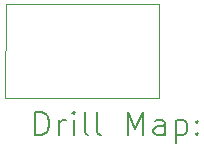
<source format=gbr>
%FSLAX45Y45*%
G04 Gerber Fmt 4.5, Leading zero omitted, Abs format (unit mm)*
G04 Created by KiCad (PCBNEW (6.0.2-0)) date 2022-03-19 15:33:08*
%MOMM*%
%LPD*%
G01*
G04 APERTURE LIST*
%TA.AperFunction,Profile*%
%ADD10C,0.100000*%
%TD*%
%ADD11C,0.200000*%
G04 APERTURE END LIST*
D10*
X8100000Y-5596000D02*
X8099000Y-6394000D01*
X6802000Y-5595000D02*
X6798000Y-6393000D01*
X6798000Y-6393000D02*
X8099000Y-6394000D01*
X6802000Y-5595000D02*
X8100000Y-5596000D01*
D11*
X7050619Y-6709476D02*
X7050619Y-6509476D01*
X7098238Y-6509476D01*
X7126809Y-6519000D01*
X7145857Y-6538048D01*
X7155381Y-6557095D01*
X7164905Y-6595190D01*
X7164905Y-6623762D01*
X7155381Y-6661857D01*
X7145857Y-6680905D01*
X7126809Y-6699952D01*
X7098238Y-6709476D01*
X7050619Y-6709476D01*
X7250619Y-6709476D02*
X7250619Y-6576143D01*
X7250619Y-6614238D02*
X7260143Y-6595190D01*
X7269667Y-6585667D01*
X7288714Y-6576143D01*
X7307762Y-6576143D01*
X7374428Y-6709476D02*
X7374428Y-6576143D01*
X7374428Y-6509476D02*
X7364905Y-6519000D01*
X7374428Y-6528524D01*
X7383952Y-6519000D01*
X7374428Y-6509476D01*
X7374428Y-6528524D01*
X7498238Y-6709476D02*
X7479190Y-6699952D01*
X7469667Y-6680905D01*
X7469667Y-6509476D01*
X7603000Y-6709476D02*
X7583952Y-6699952D01*
X7574428Y-6680905D01*
X7574428Y-6509476D01*
X7831571Y-6709476D02*
X7831571Y-6509476D01*
X7898238Y-6652333D01*
X7964905Y-6509476D01*
X7964905Y-6709476D01*
X8145857Y-6709476D02*
X8145857Y-6604714D01*
X8136333Y-6585667D01*
X8117286Y-6576143D01*
X8079190Y-6576143D01*
X8060143Y-6585667D01*
X8145857Y-6699952D02*
X8126809Y-6709476D01*
X8079190Y-6709476D01*
X8060143Y-6699952D01*
X8050619Y-6680905D01*
X8050619Y-6661857D01*
X8060143Y-6642809D01*
X8079190Y-6633286D01*
X8126809Y-6633286D01*
X8145857Y-6623762D01*
X8241095Y-6576143D02*
X8241095Y-6776143D01*
X8241095Y-6585667D02*
X8260143Y-6576143D01*
X8298238Y-6576143D01*
X8317286Y-6585667D01*
X8326809Y-6595190D01*
X8336333Y-6614238D01*
X8336333Y-6671381D01*
X8326809Y-6690428D01*
X8317286Y-6699952D01*
X8298238Y-6709476D01*
X8260143Y-6709476D01*
X8241095Y-6699952D01*
X8422048Y-6690428D02*
X8431571Y-6699952D01*
X8422048Y-6709476D01*
X8412524Y-6699952D01*
X8422048Y-6690428D01*
X8422048Y-6709476D01*
X8422048Y-6585667D02*
X8431571Y-6595190D01*
X8422048Y-6604714D01*
X8412524Y-6595190D01*
X8422048Y-6585667D01*
X8422048Y-6604714D01*
M02*

</source>
